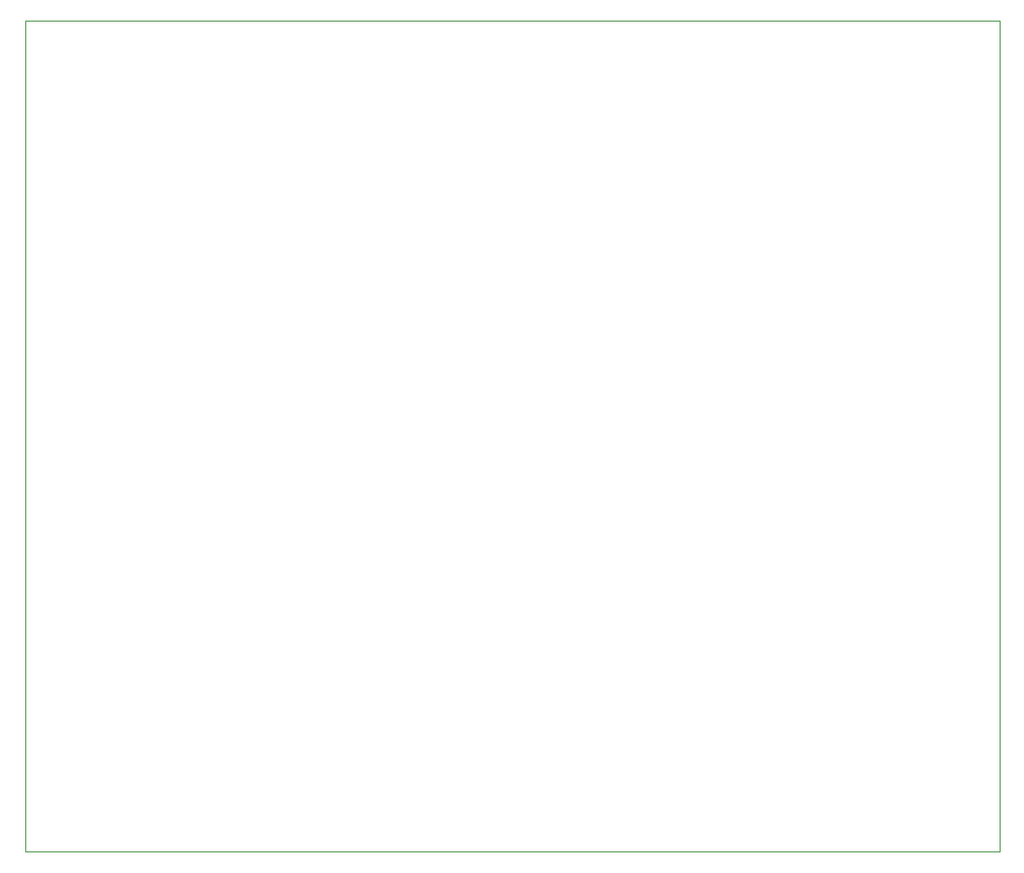
<source format=gbr>
%TF.GenerationSoftware,KiCad,Pcbnew,(6.0.0)*%
%TF.CreationDate,2022-04-10T16:10:43-06:00*%
%TF.ProjectId,USB_curve_tracer,5553425f-6375-4727-9665-5f7472616365,rev?*%
%TF.SameCoordinates,Original*%
%TF.FileFunction,Profile,NP*%
%FSLAX46Y46*%
G04 Gerber Fmt 4.6, Leading zero omitted, Abs format (unit mm)*
G04 Created by KiCad (PCBNEW (6.0.0)) date 2022-04-10 16:10:43*
%MOMM*%
%LPD*%
G01*
G04 APERTURE LIST*
%TA.AperFunction,Profile*%
%ADD10C,0.100000*%
%TD*%
G04 APERTURE END LIST*
D10*
X180700000Y-56315000D02*
X181700000Y-56315000D01*
X94700000Y-56315000D02*
X174700000Y-56315000D01*
X181700000Y-56315000D02*
X181700000Y-121315000D01*
X181700000Y-131315000D02*
X93700000Y-131315000D01*
X174700000Y-56315000D02*
X180700000Y-56315000D01*
X93700000Y-56315000D02*
X93700000Y-131315000D01*
X94700000Y-56315000D02*
X93700000Y-56315000D01*
X181700000Y-121315000D02*
X181700000Y-131315000D01*
M02*

</source>
